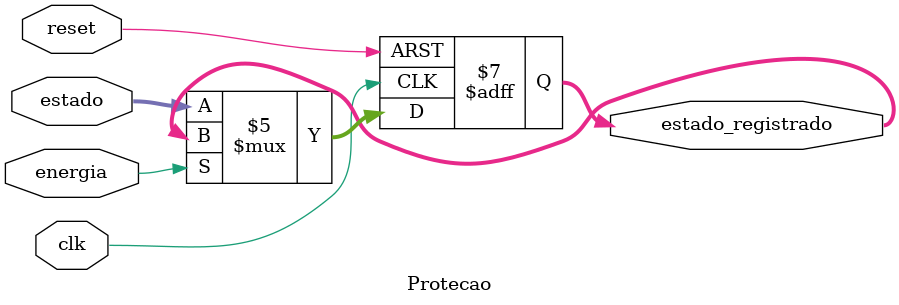
<source format=v>
`timescale 1ns / 1ps
module Protecao(
    input wire clk,
    input wire reset,
    input wire energia,
    input wire [3:0] estado, 
    output reg [3:0] estado_registrado 
);
    always @(posedge clk or negedge reset) begin
        if (!reset) begin
            estado_registrado <= 4'b0000; 
        end else if (!energia) begin
            estado_registrado <= estado; 
        end else begin
            estado_registrado <= estado_registrado; 
        end
    end
endmodule

</source>
